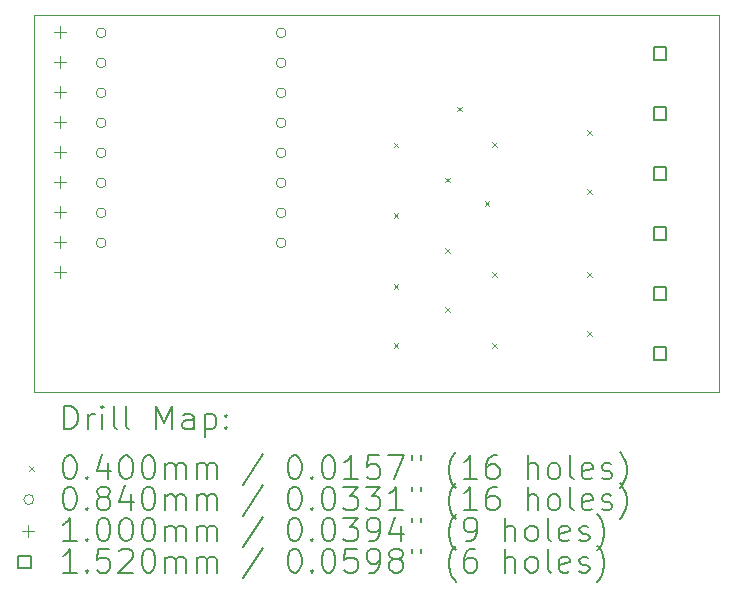
<source format=gbr>
%TF.GenerationSoftware,KiCad,Pcbnew,6.0.11+dfsg-1*%
%TF.CreationDate,2026-01-16T17:50:59+01:00*%
%TF.ProjectId,bed-remote,6265642d-7265-46d6-9f74-652e6b696361,rev?*%
%TF.SameCoordinates,Original*%
%TF.FileFunction,Drillmap*%
%TF.FilePolarity,Positive*%
%FSLAX45Y45*%
G04 Gerber Fmt 4.5, Leading zero omitted, Abs format (unit mm)*
G04 Created by KiCad (PCBNEW 6.0.11+dfsg-1) date 2026-01-16 17:50:59*
%MOMM*%
%LPD*%
G01*
G04 APERTURE LIST*
%ADD10C,0.050000*%
%ADD11C,0.200000*%
%ADD12C,0.040000*%
%ADD13C,0.084000*%
%ADD14C,0.100000*%
%ADD15C,0.152000*%
G04 APERTURE END LIST*
D10*
X9500000Y-5200000D02*
X3700000Y-5200000D01*
X3700000Y-2000000D01*
X9500000Y-2000000D01*
X9500000Y-5200000D01*
D11*
D12*
X6743512Y-3084511D02*
X6783512Y-3124511D01*
X6783512Y-3084511D02*
X6743512Y-3124511D01*
X6743512Y-3684511D02*
X6783512Y-3724511D01*
X6783512Y-3684511D02*
X6743512Y-3724511D01*
X6743512Y-4284511D02*
X6783512Y-4324511D01*
X6783512Y-4284511D02*
X6743512Y-4324511D01*
X6743512Y-4784511D02*
X6783512Y-4824511D01*
X6783512Y-4784511D02*
X6743512Y-4824511D01*
X7180000Y-3380000D02*
X7220000Y-3420000D01*
X7220000Y-3380000D02*
X7180000Y-3420000D01*
X7180000Y-3980000D02*
X7220000Y-4020000D01*
X7220000Y-3980000D02*
X7180000Y-4020000D01*
X7180000Y-4480000D02*
X7220000Y-4520000D01*
X7220000Y-4480000D02*
X7180000Y-4520000D01*
X7280000Y-2780000D02*
X7320000Y-2820000D01*
X7320000Y-2780000D02*
X7280000Y-2820000D01*
X7514950Y-3580000D02*
X7554950Y-3620000D01*
X7554950Y-3580000D02*
X7514950Y-3620000D01*
X7580000Y-3080000D02*
X7620000Y-3120000D01*
X7620000Y-3080000D02*
X7580000Y-3120000D01*
X7580000Y-4180000D02*
X7620000Y-4220000D01*
X7620000Y-4180000D02*
X7580000Y-4220000D01*
X7580000Y-4780000D02*
X7620000Y-4820000D01*
X7620000Y-4780000D02*
X7580000Y-4820000D01*
X8380000Y-2980000D02*
X8420000Y-3020000D01*
X8420000Y-2980000D02*
X8380000Y-3020000D01*
X8380000Y-3480000D02*
X8420000Y-3520000D01*
X8420000Y-3480000D02*
X8380000Y-3520000D01*
X8380000Y-4180000D02*
X8420000Y-4220000D01*
X8420000Y-4180000D02*
X8380000Y-4220000D01*
X8380000Y-4680000D02*
X8420000Y-4720000D01*
X8420000Y-4680000D02*
X8380000Y-4720000D01*
D13*
X4310000Y-2155000D02*
G75*
G03*
X4310000Y-2155000I-42000J0D01*
G01*
X4310000Y-2409000D02*
G75*
G03*
X4310000Y-2409000I-42000J0D01*
G01*
X4310000Y-2663000D02*
G75*
G03*
X4310000Y-2663000I-42000J0D01*
G01*
X4310000Y-2917000D02*
G75*
G03*
X4310000Y-2917000I-42000J0D01*
G01*
X4310000Y-3171000D02*
G75*
G03*
X4310000Y-3171000I-42000J0D01*
G01*
X4310000Y-3425000D02*
G75*
G03*
X4310000Y-3425000I-42000J0D01*
G01*
X4310000Y-3679000D02*
G75*
G03*
X4310000Y-3679000I-42000J0D01*
G01*
X4310000Y-3933000D02*
G75*
G03*
X4310000Y-3933000I-42000J0D01*
G01*
X5834000Y-2155000D02*
G75*
G03*
X5834000Y-2155000I-42000J0D01*
G01*
X5834000Y-2409000D02*
G75*
G03*
X5834000Y-2409000I-42000J0D01*
G01*
X5834000Y-2663000D02*
G75*
G03*
X5834000Y-2663000I-42000J0D01*
G01*
X5834000Y-2917000D02*
G75*
G03*
X5834000Y-2917000I-42000J0D01*
G01*
X5834000Y-3171000D02*
G75*
G03*
X5834000Y-3171000I-42000J0D01*
G01*
X5834000Y-3425000D02*
G75*
G03*
X5834000Y-3425000I-42000J0D01*
G01*
X5834000Y-3679000D02*
G75*
G03*
X5834000Y-3679000I-42000J0D01*
G01*
X5834000Y-3933000D02*
G75*
G03*
X5834000Y-3933000I-42000J0D01*
G01*
D14*
X3922000Y-2096000D02*
X3922000Y-2196000D01*
X3872000Y-2146000D02*
X3972000Y-2146000D01*
X3922000Y-2350000D02*
X3922000Y-2450000D01*
X3872000Y-2400000D02*
X3972000Y-2400000D01*
X3922000Y-2604000D02*
X3922000Y-2704000D01*
X3872000Y-2654000D02*
X3972000Y-2654000D01*
X3922000Y-2858000D02*
X3922000Y-2958000D01*
X3872000Y-2908000D02*
X3972000Y-2908000D01*
X3922000Y-3112000D02*
X3922000Y-3212000D01*
X3872000Y-3162000D02*
X3972000Y-3162000D01*
X3922000Y-3366000D02*
X3922000Y-3466000D01*
X3872000Y-3416000D02*
X3972000Y-3416000D01*
X3922000Y-3620000D02*
X3922000Y-3720000D01*
X3872000Y-3670000D02*
X3972000Y-3670000D01*
X3922000Y-3874000D02*
X3922000Y-3974000D01*
X3872000Y-3924000D02*
X3972000Y-3924000D01*
X3922000Y-4128000D02*
X3922000Y-4228000D01*
X3872000Y-4178000D02*
X3972000Y-4178000D01*
D15*
X9053741Y-2383741D02*
X9053741Y-2276259D01*
X8946259Y-2276259D01*
X8946259Y-2383741D01*
X9053741Y-2383741D01*
X9053741Y-2891741D02*
X9053741Y-2784259D01*
X8946259Y-2784259D01*
X8946259Y-2891741D01*
X9053741Y-2891741D01*
X9053741Y-3399741D02*
X9053741Y-3292259D01*
X8946259Y-3292259D01*
X8946259Y-3399741D01*
X9053741Y-3399741D01*
X9053741Y-3907741D02*
X9053741Y-3800259D01*
X8946259Y-3800259D01*
X8946259Y-3907741D01*
X9053741Y-3907741D01*
X9053741Y-4415741D02*
X9053741Y-4308259D01*
X8946259Y-4308259D01*
X8946259Y-4415741D01*
X9053741Y-4415741D01*
X9053741Y-4923741D02*
X9053741Y-4816259D01*
X8946259Y-4816259D01*
X8946259Y-4923741D01*
X9053741Y-4923741D01*
D11*
X3955119Y-5512976D02*
X3955119Y-5312976D01*
X4002738Y-5312976D01*
X4031309Y-5322500D01*
X4050357Y-5341548D01*
X4059881Y-5360595D01*
X4069405Y-5398690D01*
X4069405Y-5427262D01*
X4059881Y-5465357D01*
X4050357Y-5484405D01*
X4031309Y-5503452D01*
X4002738Y-5512976D01*
X3955119Y-5512976D01*
X4155119Y-5512976D02*
X4155119Y-5379643D01*
X4155119Y-5417738D02*
X4164643Y-5398690D01*
X4174167Y-5389167D01*
X4193214Y-5379643D01*
X4212262Y-5379643D01*
X4278929Y-5512976D02*
X4278929Y-5379643D01*
X4278929Y-5312976D02*
X4269405Y-5322500D01*
X4278929Y-5332024D01*
X4288452Y-5322500D01*
X4278929Y-5312976D01*
X4278929Y-5332024D01*
X4402738Y-5512976D02*
X4383690Y-5503452D01*
X4374167Y-5484405D01*
X4374167Y-5312976D01*
X4507500Y-5512976D02*
X4488452Y-5503452D01*
X4478929Y-5484405D01*
X4478929Y-5312976D01*
X4736071Y-5512976D02*
X4736071Y-5312976D01*
X4802738Y-5455833D01*
X4869405Y-5312976D01*
X4869405Y-5512976D01*
X5050357Y-5512976D02*
X5050357Y-5408214D01*
X5040833Y-5389167D01*
X5021786Y-5379643D01*
X4983690Y-5379643D01*
X4964643Y-5389167D01*
X5050357Y-5503452D02*
X5031310Y-5512976D01*
X4983690Y-5512976D01*
X4964643Y-5503452D01*
X4955119Y-5484405D01*
X4955119Y-5465357D01*
X4964643Y-5446310D01*
X4983690Y-5436786D01*
X5031310Y-5436786D01*
X5050357Y-5427262D01*
X5145595Y-5379643D02*
X5145595Y-5579643D01*
X5145595Y-5389167D02*
X5164643Y-5379643D01*
X5202738Y-5379643D01*
X5221786Y-5389167D01*
X5231310Y-5398690D01*
X5240833Y-5417738D01*
X5240833Y-5474881D01*
X5231310Y-5493929D01*
X5221786Y-5503452D01*
X5202738Y-5512976D01*
X5164643Y-5512976D01*
X5145595Y-5503452D01*
X5326548Y-5493929D02*
X5336071Y-5503452D01*
X5326548Y-5512976D01*
X5317024Y-5503452D01*
X5326548Y-5493929D01*
X5326548Y-5512976D01*
X5326548Y-5389167D02*
X5336071Y-5398690D01*
X5326548Y-5408214D01*
X5317024Y-5398690D01*
X5326548Y-5389167D01*
X5326548Y-5408214D01*
D12*
X3657500Y-5822500D02*
X3697500Y-5862500D01*
X3697500Y-5822500D02*
X3657500Y-5862500D01*
D11*
X3993214Y-5732976D02*
X4012262Y-5732976D01*
X4031309Y-5742500D01*
X4040833Y-5752024D01*
X4050357Y-5771071D01*
X4059881Y-5809167D01*
X4059881Y-5856786D01*
X4050357Y-5894881D01*
X4040833Y-5913928D01*
X4031309Y-5923452D01*
X4012262Y-5932976D01*
X3993214Y-5932976D01*
X3974167Y-5923452D01*
X3964643Y-5913928D01*
X3955119Y-5894881D01*
X3945595Y-5856786D01*
X3945595Y-5809167D01*
X3955119Y-5771071D01*
X3964643Y-5752024D01*
X3974167Y-5742500D01*
X3993214Y-5732976D01*
X4145595Y-5913928D02*
X4155119Y-5923452D01*
X4145595Y-5932976D01*
X4136071Y-5923452D01*
X4145595Y-5913928D01*
X4145595Y-5932976D01*
X4326548Y-5799643D02*
X4326548Y-5932976D01*
X4278929Y-5723452D02*
X4231310Y-5866309D01*
X4355119Y-5866309D01*
X4469405Y-5732976D02*
X4488452Y-5732976D01*
X4507500Y-5742500D01*
X4517024Y-5752024D01*
X4526548Y-5771071D01*
X4536071Y-5809167D01*
X4536071Y-5856786D01*
X4526548Y-5894881D01*
X4517024Y-5913928D01*
X4507500Y-5923452D01*
X4488452Y-5932976D01*
X4469405Y-5932976D01*
X4450357Y-5923452D01*
X4440833Y-5913928D01*
X4431310Y-5894881D01*
X4421786Y-5856786D01*
X4421786Y-5809167D01*
X4431310Y-5771071D01*
X4440833Y-5752024D01*
X4450357Y-5742500D01*
X4469405Y-5732976D01*
X4659881Y-5732976D02*
X4678929Y-5732976D01*
X4697976Y-5742500D01*
X4707500Y-5752024D01*
X4717024Y-5771071D01*
X4726548Y-5809167D01*
X4726548Y-5856786D01*
X4717024Y-5894881D01*
X4707500Y-5913928D01*
X4697976Y-5923452D01*
X4678929Y-5932976D01*
X4659881Y-5932976D01*
X4640833Y-5923452D01*
X4631310Y-5913928D01*
X4621786Y-5894881D01*
X4612262Y-5856786D01*
X4612262Y-5809167D01*
X4621786Y-5771071D01*
X4631310Y-5752024D01*
X4640833Y-5742500D01*
X4659881Y-5732976D01*
X4812262Y-5932976D02*
X4812262Y-5799643D01*
X4812262Y-5818690D02*
X4821786Y-5809167D01*
X4840833Y-5799643D01*
X4869405Y-5799643D01*
X4888452Y-5809167D01*
X4897976Y-5828214D01*
X4897976Y-5932976D01*
X4897976Y-5828214D02*
X4907500Y-5809167D01*
X4926548Y-5799643D01*
X4955119Y-5799643D01*
X4974167Y-5809167D01*
X4983690Y-5828214D01*
X4983690Y-5932976D01*
X5078929Y-5932976D02*
X5078929Y-5799643D01*
X5078929Y-5818690D02*
X5088452Y-5809167D01*
X5107500Y-5799643D01*
X5136071Y-5799643D01*
X5155119Y-5809167D01*
X5164643Y-5828214D01*
X5164643Y-5932976D01*
X5164643Y-5828214D02*
X5174167Y-5809167D01*
X5193214Y-5799643D01*
X5221786Y-5799643D01*
X5240833Y-5809167D01*
X5250357Y-5828214D01*
X5250357Y-5932976D01*
X5640833Y-5723452D02*
X5469405Y-5980595D01*
X5897976Y-5732976D02*
X5917024Y-5732976D01*
X5936071Y-5742500D01*
X5945595Y-5752024D01*
X5955119Y-5771071D01*
X5964643Y-5809167D01*
X5964643Y-5856786D01*
X5955119Y-5894881D01*
X5945595Y-5913928D01*
X5936071Y-5923452D01*
X5917024Y-5932976D01*
X5897976Y-5932976D01*
X5878928Y-5923452D01*
X5869405Y-5913928D01*
X5859881Y-5894881D01*
X5850357Y-5856786D01*
X5850357Y-5809167D01*
X5859881Y-5771071D01*
X5869405Y-5752024D01*
X5878928Y-5742500D01*
X5897976Y-5732976D01*
X6050357Y-5913928D02*
X6059881Y-5923452D01*
X6050357Y-5932976D01*
X6040833Y-5923452D01*
X6050357Y-5913928D01*
X6050357Y-5932976D01*
X6183690Y-5732976D02*
X6202738Y-5732976D01*
X6221786Y-5742500D01*
X6231309Y-5752024D01*
X6240833Y-5771071D01*
X6250357Y-5809167D01*
X6250357Y-5856786D01*
X6240833Y-5894881D01*
X6231309Y-5913928D01*
X6221786Y-5923452D01*
X6202738Y-5932976D01*
X6183690Y-5932976D01*
X6164643Y-5923452D01*
X6155119Y-5913928D01*
X6145595Y-5894881D01*
X6136071Y-5856786D01*
X6136071Y-5809167D01*
X6145595Y-5771071D01*
X6155119Y-5752024D01*
X6164643Y-5742500D01*
X6183690Y-5732976D01*
X6440833Y-5932976D02*
X6326548Y-5932976D01*
X6383690Y-5932976D02*
X6383690Y-5732976D01*
X6364643Y-5761548D01*
X6345595Y-5780595D01*
X6326548Y-5790119D01*
X6621786Y-5732976D02*
X6526548Y-5732976D01*
X6517024Y-5828214D01*
X6526548Y-5818690D01*
X6545595Y-5809167D01*
X6593214Y-5809167D01*
X6612262Y-5818690D01*
X6621786Y-5828214D01*
X6631309Y-5847262D01*
X6631309Y-5894881D01*
X6621786Y-5913928D01*
X6612262Y-5923452D01*
X6593214Y-5932976D01*
X6545595Y-5932976D01*
X6526548Y-5923452D01*
X6517024Y-5913928D01*
X6697976Y-5732976D02*
X6831309Y-5732976D01*
X6745595Y-5932976D01*
X6897976Y-5732976D02*
X6897976Y-5771071D01*
X6974167Y-5732976D02*
X6974167Y-5771071D01*
X7269405Y-6009167D02*
X7259881Y-5999643D01*
X7240833Y-5971071D01*
X7231309Y-5952024D01*
X7221786Y-5923452D01*
X7212262Y-5875833D01*
X7212262Y-5837738D01*
X7221786Y-5790119D01*
X7231309Y-5761548D01*
X7240833Y-5742500D01*
X7259881Y-5713928D01*
X7269405Y-5704405D01*
X7450357Y-5932976D02*
X7336071Y-5932976D01*
X7393214Y-5932976D02*
X7393214Y-5732976D01*
X7374167Y-5761548D01*
X7355119Y-5780595D01*
X7336071Y-5790119D01*
X7621786Y-5732976D02*
X7583690Y-5732976D01*
X7564643Y-5742500D01*
X7555119Y-5752024D01*
X7536071Y-5780595D01*
X7526548Y-5818690D01*
X7526548Y-5894881D01*
X7536071Y-5913928D01*
X7545595Y-5923452D01*
X7564643Y-5932976D01*
X7602738Y-5932976D01*
X7621786Y-5923452D01*
X7631309Y-5913928D01*
X7640833Y-5894881D01*
X7640833Y-5847262D01*
X7631309Y-5828214D01*
X7621786Y-5818690D01*
X7602738Y-5809167D01*
X7564643Y-5809167D01*
X7545595Y-5818690D01*
X7536071Y-5828214D01*
X7526548Y-5847262D01*
X7878928Y-5932976D02*
X7878928Y-5732976D01*
X7964643Y-5932976D02*
X7964643Y-5828214D01*
X7955119Y-5809167D01*
X7936071Y-5799643D01*
X7907500Y-5799643D01*
X7888452Y-5809167D01*
X7878928Y-5818690D01*
X8088452Y-5932976D02*
X8069405Y-5923452D01*
X8059881Y-5913928D01*
X8050357Y-5894881D01*
X8050357Y-5837738D01*
X8059881Y-5818690D01*
X8069405Y-5809167D01*
X8088452Y-5799643D01*
X8117024Y-5799643D01*
X8136071Y-5809167D01*
X8145595Y-5818690D01*
X8155119Y-5837738D01*
X8155119Y-5894881D01*
X8145595Y-5913928D01*
X8136071Y-5923452D01*
X8117024Y-5932976D01*
X8088452Y-5932976D01*
X8269405Y-5932976D02*
X8250357Y-5923452D01*
X8240833Y-5904405D01*
X8240833Y-5732976D01*
X8421786Y-5923452D02*
X8402738Y-5932976D01*
X8364643Y-5932976D01*
X8345595Y-5923452D01*
X8336071Y-5904405D01*
X8336071Y-5828214D01*
X8345595Y-5809167D01*
X8364643Y-5799643D01*
X8402738Y-5799643D01*
X8421786Y-5809167D01*
X8431310Y-5828214D01*
X8431310Y-5847262D01*
X8336071Y-5866309D01*
X8507500Y-5923452D02*
X8526548Y-5932976D01*
X8564643Y-5932976D01*
X8583690Y-5923452D01*
X8593214Y-5904405D01*
X8593214Y-5894881D01*
X8583690Y-5875833D01*
X8564643Y-5866309D01*
X8536071Y-5866309D01*
X8517024Y-5856786D01*
X8507500Y-5837738D01*
X8507500Y-5828214D01*
X8517024Y-5809167D01*
X8536071Y-5799643D01*
X8564643Y-5799643D01*
X8583690Y-5809167D01*
X8659881Y-6009167D02*
X8669405Y-5999643D01*
X8688452Y-5971071D01*
X8697976Y-5952024D01*
X8707500Y-5923452D01*
X8717024Y-5875833D01*
X8717024Y-5837738D01*
X8707500Y-5790119D01*
X8697976Y-5761548D01*
X8688452Y-5742500D01*
X8669405Y-5713928D01*
X8659881Y-5704405D01*
D13*
X3697500Y-6106500D02*
G75*
G03*
X3697500Y-6106500I-42000J0D01*
G01*
D11*
X3993214Y-5996976D02*
X4012262Y-5996976D01*
X4031309Y-6006500D01*
X4040833Y-6016024D01*
X4050357Y-6035071D01*
X4059881Y-6073167D01*
X4059881Y-6120786D01*
X4050357Y-6158881D01*
X4040833Y-6177928D01*
X4031309Y-6187452D01*
X4012262Y-6196976D01*
X3993214Y-6196976D01*
X3974167Y-6187452D01*
X3964643Y-6177928D01*
X3955119Y-6158881D01*
X3945595Y-6120786D01*
X3945595Y-6073167D01*
X3955119Y-6035071D01*
X3964643Y-6016024D01*
X3974167Y-6006500D01*
X3993214Y-5996976D01*
X4145595Y-6177928D02*
X4155119Y-6187452D01*
X4145595Y-6196976D01*
X4136071Y-6187452D01*
X4145595Y-6177928D01*
X4145595Y-6196976D01*
X4269405Y-6082690D02*
X4250357Y-6073167D01*
X4240833Y-6063643D01*
X4231310Y-6044595D01*
X4231310Y-6035071D01*
X4240833Y-6016024D01*
X4250357Y-6006500D01*
X4269405Y-5996976D01*
X4307500Y-5996976D01*
X4326548Y-6006500D01*
X4336071Y-6016024D01*
X4345595Y-6035071D01*
X4345595Y-6044595D01*
X4336071Y-6063643D01*
X4326548Y-6073167D01*
X4307500Y-6082690D01*
X4269405Y-6082690D01*
X4250357Y-6092214D01*
X4240833Y-6101738D01*
X4231310Y-6120786D01*
X4231310Y-6158881D01*
X4240833Y-6177928D01*
X4250357Y-6187452D01*
X4269405Y-6196976D01*
X4307500Y-6196976D01*
X4326548Y-6187452D01*
X4336071Y-6177928D01*
X4345595Y-6158881D01*
X4345595Y-6120786D01*
X4336071Y-6101738D01*
X4326548Y-6092214D01*
X4307500Y-6082690D01*
X4517024Y-6063643D02*
X4517024Y-6196976D01*
X4469405Y-5987452D02*
X4421786Y-6130309D01*
X4545595Y-6130309D01*
X4659881Y-5996976D02*
X4678929Y-5996976D01*
X4697976Y-6006500D01*
X4707500Y-6016024D01*
X4717024Y-6035071D01*
X4726548Y-6073167D01*
X4726548Y-6120786D01*
X4717024Y-6158881D01*
X4707500Y-6177928D01*
X4697976Y-6187452D01*
X4678929Y-6196976D01*
X4659881Y-6196976D01*
X4640833Y-6187452D01*
X4631310Y-6177928D01*
X4621786Y-6158881D01*
X4612262Y-6120786D01*
X4612262Y-6073167D01*
X4621786Y-6035071D01*
X4631310Y-6016024D01*
X4640833Y-6006500D01*
X4659881Y-5996976D01*
X4812262Y-6196976D02*
X4812262Y-6063643D01*
X4812262Y-6082690D02*
X4821786Y-6073167D01*
X4840833Y-6063643D01*
X4869405Y-6063643D01*
X4888452Y-6073167D01*
X4897976Y-6092214D01*
X4897976Y-6196976D01*
X4897976Y-6092214D02*
X4907500Y-6073167D01*
X4926548Y-6063643D01*
X4955119Y-6063643D01*
X4974167Y-6073167D01*
X4983690Y-6092214D01*
X4983690Y-6196976D01*
X5078929Y-6196976D02*
X5078929Y-6063643D01*
X5078929Y-6082690D02*
X5088452Y-6073167D01*
X5107500Y-6063643D01*
X5136071Y-6063643D01*
X5155119Y-6073167D01*
X5164643Y-6092214D01*
X5164643Y-6196976D01*
X5164643Y-6092214D02*
X5174167Y-6073167D01*
X5193214Y-6063643D01*
X5221786Y-6063643D01*
X5240833Y-6073167D01*
X5250357Y-6092214D01*
X5250357Y-6196976D01*
X5640833Y-5987452D02*
X5469405Y-6244595D01*
X5897976Y-5996976D02*
X5917024Y-5996976D01*
X5936071Y-6006500D01*
X5945595Y-6016024D01*
X5955119Y-6035071D01*
X5964643Y-6073167D01*
X5964643Y-6120786D01*
X5955119Y-6158881D01*
X5945595Y-6177928D01*
X5936071Y-6187452D01*
X5917024Y-6196976D01*
X5897976Y-6196976D01*
X5878928Y-6187452D01*
X5869405Y-6177928D01*
X5859881Y-6158881D01*
X5850357Y-6120786D01*
X5850357Y-6073167D01*
X5859881Y-6035071D01*
X5869405Y-6016024D01*
X5878928Y-6006500D01*
X5897976Y-5996976D01*
X6050357Y-6177928D02*
X6059881Y-6187452D01*
X6050357Y-6196976D01*
X6040833Y-6187452D01*
X6050357Y-6177928D01*
X6050357Y-6196976D01*
X6183690Y-5996976D02*
X6202738Y-5996976D01*
X6221786Y-6006500D01*
X6231309Y-6016024D01*
X6240833Y-6035071D01*
X6250357Y-6073167D01*
X6250357Y-6120786D01*
X6240833Y-6158881D01*
X6231309Y-6177928D01*
X6221786Y-6187452D01*
X6202738Y-6196976D01*
X6183690Y-6196976D01*
X6164643Y-6187452D01*
X6155119Y-6177928D01*
X6145595Y-6158881D01*
X6136071Y-6120786D01*
X6136071Y-6073167D01*
X6145595Y-6035071D01*
X6155119Y-6016024D01*
X6164643Y-6006500D01*
X6183690Y-5996976D01*
X6317024Y-5996976D02*
X6440833Y-5996976D01*
X6374167Y-6073167D01*
X6402738Y-6073167D01*
X6421786Y-6082690D01*
X6431309Y-6092214D01*
X6440833Y-6111262D01*
X6440833Y-6158881D01*
X6431309Y-6177928D01*
X6421786Y-6187452D01*
X6402738Y-6196976D01*
X6345595Y-6196976D01*
X6326548Y-6187452D01*
X6317024Y-6177928D01*
X6507500Y-5996976D02*
X6631309Y-5996976D01*
X6564643Y-6073167D01*
X6593214Y-6073167D01*
X6612262Y-6082690D01*
X6621786Y-6092214D01*
X6631309Y-6111262D01*
X6631309Y-6158881D01*
X6621786Y-6177928D01*
X6612262Y-6187452D01*
X6593214Y-6196976D01*
X6536071Y-6196976D01*
X6517024Y-6187452D01*
X6507500Y-6177928D01*
X6821786Y-6196976D02*
X6707500Y-6196976D01*
X6764643Y-6196976D02*
X6764643Y-5996976D01*
X6745595Y-6025548D01*
X6726548Y-6044595D01*
X6707500Y-6054119D01*
X6897976Y-5996976D02*
X6897976Y-6035071D01*
X6974167Y-5996976D02*
X6974167Y-6035071D01*
X7269405Y-6273167D02*
X7259881Y-6263643D01*
X7240833Y-6235071D01*
X7231309Y-6216024D01*
X7221786Y-6187452D01*
X7212262Y-6139833D01*
X7212262Y-6101738D01*
X7221786Y-6054119D01*
X7231309Y-6025548D01*
X7240833Y-6006500D01*
X7259881Y-5977928D01*
X7269405Y-5968405D01*
X7450357Y-6196976D02*
X7336071Y-6196976D01*
X7393214Y-6196976D02*
X7393214Y-5996976D01*
X7374167Y-6025548D01*
X7355119Y-6044595D01*
X7336071Y-6054119D01*
X7621786Y-5996976D02*
X7583690Y-5996976D01*
X7564643Y-6006500D01*
X7555119Y-6016024D01*
X7536071Y-6044595D01*
X7526548Y-6082690D01*
X7526548Y-6158881D01*
X7536071Y-6177928D01*
X7545595Y-6187452D01*
X7564643Y-6196976D01*
X7602738Y-6196976D01*
X7621786Y-6187452D01*
X7631309Y-6177928D01*
X7640833Y-6158881D01*
X7640833Y-6111262D01*
X7631309Y-6092214D01*
X7621786Y-6082690D01*
X7602738Y-6073167D01*
X7564643Y-6073167D01*
X7545595Y-6082690D01*
X7536071Y-6092214D01*
X7526548Y-6111262D01*
X7878928Y-6196976D02*
X7878928Y-5996976D01*
X7964643Y-6196976D02*
X7964643Y-6092214D01*
X7955119Y-6073167D01*
X7936071Y-6063643D01*
X7907500Y-6063643D01*
X7888452Y-6073167D01*
X7878928Y-6082690D01*
X8088452Y-6196976D02*
X8069405Y-6187452D01*
X8059881Y-6177928D01*
X8050357Y-6158881D01*
X8050357Y-6101738D01*
X8059881Y-6082690D01*
X8069405Y-6073167D01*
X8088452Y-6063643D01*
X8117024Y-6063643D01*
X8136071Y-6073167D01*
X8145595Y-6082690D01*
X8155119Y-6101738D01*
X8155119Y-6158881D01*
X8145595Y-6177928D01*
X8136071Y-6187452D01*
X8117024Y-6196976D01*
X8088452Y-6196976D01*
X8269405Y-6196976D02*
X8250357Y-6187452D01*
X8240833Y-6168405D01*
X8240833Y-5996976D01*
X8421786Y-6187452D02*
X8402738Y-6196976D01*
X8364643Y-6196976D01*
X8345595Y-6187452D01*
X8336071Y-6168405D01*
X8336071Y-6092214D01*
X8345595Y-6073167D01*
X8364643Y-6063643D01*
X8402738Y-6063643D01*
X8421786Y-6073167D01*
X8431310Y-6092214D01*
X8431310Y-6111262D01*
X8336071Y-6130309D01*
X8507500Y-6187452D02*
X8526548Y-6196976D01*
X8564643Y-6196976D01*
X8583690Y-6187452D01*
X8593214Y-6168405D01*
X8593214Y-6158881D01*
X8583690Y-6139833D01*
X8564643Y-6130309D01*
X8536071Y-6130309D01*
X8517024Y-6120786D01*
X8507500Y-6101738D01*
X8507500Y-6092214D01*
X8517024Y-6073167D01*
X8536071Y-6063643D01*
X8564643Y-6063643D01*
X8583690Y-6073167D01*
X8659881Y-6273167D02*
X8669405Y-6263643D01*
X8688452Y-6235071D01*
X8697976Y-6216024D01*
X8707500Y-6187452D01*
X8717024Y-6139833D01*
X8717024Y-6101738D01*
X8707500Y-6054119D01*
X8697976Y-6025548D01*
X8688452Y-6006500D01*
X8669405Y-5977928D01*
X8659881Y-5968405D01*
D14*
X3647500Y-6320500D02*
X3647500Y-6420500D01*
X3597500Y-6370500D02*
X3697500Y-6370500D01*
D11*
X4059881Y-6460976D02*
X3945595Y-6460976D01*
X4002738Y-6460976D02*
X4002738Y-6260976D01*
X3983690Y-6289548D01*
X3964643Y-6308595D01*
X3945595Y-6318119D01*
X4145595Y-6441928D02*
X4155119Y-6451452D01*
X4145595Y-6460976D01*
X4136071Y-6451452D01*
X4145595Y-6441928D01*
X4145595Y-6460976D01*
X4278929Y-6260976D02*
X4297976Y-6260976D01*
X4317024Y-6270500D01*
X4326548Y-6280024D01*
X4336071Y-6299071D01*
X4345595Y-6337167D01*
X4345595Y-6384786D01*
X4336071Y-6422881D01*
X4326548Y-6441928D01*
X4317024Y-6451452D01*
X4297976Y-6460976D01*
X4278929Y-6460976D01*
X4259881Y-6451452D01*
X4250357Y-6441928D01*
X4240833Y-6422881D01*
X4231310Y-6384786D01*
X4231310Y-6337167D01*
X4240833Y-6299071D01*
X4250357Y-6280024D01*
X4259881Y-6270500D01*
X4278929Y-6260976D01*
X4469405Y-6260976D02*
X4488452Y-6260976D01*
X4507500Y-6270500D01*
X4517024Y-6280024D01*
X4526548Y-6299071D01*
X4536071Y-6337167D01*
X4536071Y-6384786D01*
X4526548Y-6422881D01*
X4517024Y-6441928D01*
X4507500Y-6451452D01*
X4488452Y-6460976D01*
X4469405Y-6460976D01*
X4450357Y-6451452D01*
X4440833Y-6441928D01*
X4431310Y-6422881D01*
X4421786Y-6384786D01*
X4421786Y-6337167D01*
X4431310Y-6299071D01*
X4440833Y-6280024D01*
X4450357Y-6270500D01*
X4469405Y-6260976D01*
X4659881Y-6260976D02*
X4678929Y-6260976D01*
X4697976Y-6270500D01*
X4707500Y-6280024D01*
X4717024Y-6299071D01*
X4726548Y-6337167D01*
X4726548Y-6384786D01*
X4717024Y-6422881D01*
X4707500Y-6441928D01*
X4697976Y-6451452D01*
X4678929Y-6460976D01*
X4659881Y-6460976D01*
X4640833Y-6451452D01*
X4631310Y-6441928D01*
X4621786Y-6422881D01*
X4612262Y-6384786D01*
X4612262Y-6337167D01*
X4621786Y-6299071D01*
X4631310Y-6280024D01*
X4640833Y-6270500D01*
X4659881Y-6260976D01*
X4812262Y-6460976D02*
X4812262Y-6327643D01*
X4812262Y-6346690D02*
X4821786Y-6337167D01*
X4840833Y-6327643D01*
X4869405Y-6327643D01*
X4888452Y-6337167D01*
X4897976Y-6356214D01*
X4897976Y-6460976D01*
X4897976Y-6356214D02*
X4907500Y-6337167D01*
X4926548Y-6327643D01*
X4955119Y-6327643D01*
X4974167Y-6337167D01*
X4983690Y-6356214D01*
X4983690Y-6460976D01*
X5078929Y-6460976D02*
X5078929Y-6327643D01*
X5078929Y-6346690D02*
X5088452Y-6337167D01*
X5107500Y-6327643D01*
X5136071Y-6327643D01*
X5155119Y-6337167D01*
X5164643Y-6356214D01*
X5164643Y-6460976D01*
X5164643Y-6356214D02*
X5174167Y-6337167D01*
X5193214Y-6327643D01*
X5221786Y-6327643D01*
X5240833Y-6337167D01*
X5250357Y-6356214D01*
X5250357Y-6460976D01*
X5640833Y-6251452D02*
X5469405Y-6508595D01*
X5897976Y-6260976D02*
X5917024Y-6260976D01*
X5936071Y-6270500D01*
X5945595Y-6280024D01*
X5955119Y-6299071D01*
X5964643Y-6337167D01*
X5964643Y-6384786D01*
X5955119Y-6422881D01*
X5945595Y-6441928D01*
X5936071Y-6451452D01*
X5917024Y-6460976D01*
X5897976Y-6460976D01*
X5878928Y-6451452D01*
X5869405Y-6441928D01*
X5859881Y-6422881D01*
X5850357Y-6384786D01*
X5850357Y-6337167D01*
X5859881Y-6299071D01*
X5869405Y-6280024D01*
X5878928Y-6270500D01*
X5897976Y-6260976D01*
X6050357Y-6441928D02*
X6059881Y-6451452D01*
X6050357Y-6460976D01*
X6040833Y-6451452D01*
X6050357Y-6441928D01*
X6050357Y-6460976D01*
X6183690Y-6260976D02*
X6202738Y-6260976D01*
X6221786Y-6270500D01*
X6231309Y-6280024D01*
X6240833Y-6299071D01*
X6250357Y-6337167D01*
X6250357Y-6384786D01*
X6240833Y-6422881D01*
X6231309Y-6441928D01*
X6221786Y-6451452D01*
X6202738Y-6460976D01*
X6183690Y-6460976D01*
X6164643Y-6451452D01*
X6155119Y-6441928D01*
X6145595Y-6422881D01*
X6136071Y-6384786D01*
X6136071Y-6337167D01*
X6145595Y-6299071D01*
X6155119Y-6280024D01*
X6164643Y-6270500D01*
X6183690Y-6260976D01*
X6317024Y-6260976D02*
X6440833Y-6260976D01*
X6374167Y-6337167D01*
X6402738Y-6337167D01*
X6421786Y-6346690D01*
X6431309Y-6356214D01*
X6440833Y-6375262D01*
X6440833Y-6422881D01*
X6431309Y-6441928D01*
X6421786Y-6451452D01*
X6402738Y-6460976D01*
X6345595Y-6460976D01*
X6326548Y-6451452D01*
X6317024Y-6441928D01*
X6536071Y-6460976D02*
X6574167Y-6460976D01*
X6593214Y-6451452D01*
X6602738Y-6441928D01*
X6621786Y-6413357D01*
X6631309Y-6375262D01*
X6631309Y-6299071D01*
X6621786Y-6280024D01*
X6612262Y-6270500D01*
X6593214Y-6260976D01*
X6555119Y-6260976D01*
X6536071Y-6270500D01*
X6526548Y-6280024D01*
X6517024Y-6299071D01*
X6517024Y-6346690D01*
X6526548Y-6365738D01*
X6536071Y-6375262D01*
X6555119Y-6384786D01*
X6593214Y-6384786D01*
X6612262Y-6375262D01*
X6621786Y-6365738D01*
X6631309Y-6346690D01*
X6802738Y-6327643D02*
X6802738Y-6460976D01*
X6755119Y-6251452D02*
X6707500Y-6394309D01*
X6831309Y-6394309D01*
X6897976Y-6260976D02*
X6897976Y-6299071D01*
X6974167Y-6260976D02*
X6974167Y-6299071D01*
X7269405Y-6537167D02*
X7259881Y-6527643D01*
X7240833Y-6499071D01*
X7231309Y-6480024D01*
X7221786Y-6451452D01*
X7212262Y-6403833D01*
X7212262Y-6365738D01*
X7221786Y-6318119D01*
X7231309Y-6289548D01*
X7240833Y-6270500D01*
X7259881Y-6241928D01*
X7269405Y-6232405D01*
X7355119Y-6460976D02*
X7393214Y-6460976D01*
X7412262Y-6451452D01*
X7421786Y-6441928D01*
X7440833Y-6413357D01*
X7450357Y-6375262D01*
X7450357Y-6299071D01*
X7440833Y-6280024D01*
X7431309Y-6270500D01*
X7412262Y-6260976D01*
X7374167Y-6260976D01*
X7355119Y-6270500D01*
X7345595Y-6280024D01*
X7336071Y-6299071D01*
X7336071Y-6346690D01*
X7345595Y-6365738D01*
X7355119Y-6375262D01*
X7374167Y-6384786D01*
X7412262Y-6384786D01*
X7431309Y-6375262D01*
X7440833Y-6365738D01*
X7450357Y-6346690D01*
X7688452Y-6460976D02*
X7688452Y-6260976D01*
X7774167Y-6460976D02*
X7774167Y-6356214D01*
X7764643Y-6337167D01*
X7745595Y-6327643D01*
X7717024Y-6327643D01*
X7697976Y-6337167D01*
X7688452Y-6346690D01*
X7897976Y-6460976D02*
X7878928Y-6451452D01*
X7869405Y-6441928D01*
X7859881Y-6422881D01*
X7859881Y-6365738D01*
X7869405Y-6346690D01*
X7878928Y-6337167D01*
X7897976Y-6327643D01*
X7926548Y-6327643D01*
X7945595Y-6337167D01*
X7955119Y-6346690D01*
X7964643Y-6365738D01*
X7964643Y-6422881D01*
X7955119Y-6441928D01*
X7945595Y-6451452D01*
X7926548Y-6460976D01*
X7897976Y-6460976D01*
X8078928Y-6460976D02*
X8059881Y-6451452D01*
X8050357Y-6432405D01*
X8050357Y-6260976D01*
X8231309Y-6451452D02*
X8212262Y-6460976D01*
X8174167Y-6460976D01*
X8155119Y-6451452D01*
X8145595Y-6432405D01*
X8145595Y-6356214D01*
X8155119Y-6337167D01*
X8174167Y-6327643D01*
X8212262Y-6327643D01*
X8231309Y-6337167D01*
X8240833Y-6356214D01*
X8240833Y-6375262D01*
X8145595Y-6394309D01*
X8317024Y-6451452D02*
X8336071Y-6460976D01*
X8374167Y-6460976D01*
X8393214Y-6451452D01*
X8402738Y-6432405D01*
X8402738Y-6422881D01*
X8393214Y-6403833D01*
X8374167Y-6394309D01*
X8345595Y-6394309D01*
X8326548Y-6384786D01*
X8317024Y-6365738D01*
X8317024Y-6356214D01*
X8326548Y-6337167D01*
X8345595Y-6327643D01*
X8374167Y-6327643D01*
X8393214Y-6337167D01*
X8469405Y-6537167D02*
X8478929Y-6527643D01*
X8497976Y-6499071D01*
X8507500Y-6480024D01*
X8517024Y-6451452D01*
X8526548Y-6403833D01*
X8526548Y-6365738D01*
X8517024Y-6318119D01*
X8507500Y-6289548D01*
X8497976Y-6270500D01*
X8478929Y-6241928D01*
X8469405Y-6232405D01*
D15*
X3675241Y-6688241D02*
X3675241Y-6580759D01*
X3567759Y-6580759D01*
X3567759Y-6688241D01*
X3675241Y-6688241D01*
D11*
X4059881Y-6724976D02*
X3945595Y-6724976D01*
X4002738Y-6724976D02*
X4002738Y-6524976D01*
X3983690Y-6553548D01*
X3964643Y-6572595D01*
X3945595Y-6582119D01*
X4145595Y-6705928D02*
X4155119Y-6715452D01*
X4145595Y-6724976D01*
X4136071Y-6715452D01*
X4145595Y-6705928D01*
X4145595Y-6724976D01*
X4336071Y-6524976D02*
X4240833Y-6524976D01*
X4231310Y-6620214D01*
X4240833Y-6610690D01*
X4259881Y-6601167D01*
X4307500Y-6601167D01*
X4326548Y-6610690D01*
X4336071Y-6620214D01*
X4345595Y-6639262D01*
X4345595Y-6686881D01*
X4336071Y-6705928D01*
X4326548Y-6715452D01*
X4307500Y-6724976D01*
X4259881Y-6724976D01*
X4240833Y-6715452D01*
X4231310Y-6705928D01*
X4421786Y-6544024D02*
X4431310Y-6534500D01*
X4450357Y-6524976D01*
X4497976Y-6524976D01*
X4517024Y-6534500D01*
X4526548Y-6544024D01*
X4536071Y-6563071D01*
X4536071Y-6582119D01*
X4526548Y-6610690D01*
X4412262Y-6724976D01*
X4536071Y-6724976D01*
X4659881Y-6524976D02*
X4678929Y-6524976D01*
X4697976Y-6534500D01*
X4707500Y-6544024D01*
X4717024Y-6563071D01*
X4726548Y-6601167D01*
X4726548Y-6648786D01*
X4717024Y-6686881D01*
X4707500Y-6705928D01*
X4697976Y-6715452D01*
X4678929Y-6724976D01*
X4659881Y-6724976D01*
X4640833Y-6715452D01*
X4631310Y-6705928D01*
X4621786Y-6686881D01*
X4612262Y-6648786D01*
X4612262Y-6601167D01*
X4621786Y-6563071D01*
X4631310Y-6544024D01*
X4640833Y-6534500D01*
X4659881Y-6524976D01*
X4812262Y-6724976D02*
X4812262Y-6591643D01*
X4812262Y-6610690D02*
X4821786Y-6601167D01*
X4840833Y-6591643D01*
X4869405Y-6591643D01*
X4888452Y-6601167D01*
X4897976Y-6620214D01*
X4897976Y-6724976D01*
X4897976Y-6620214D02*
X4907500Y-6601167D01*
X4926548Y-6591643D01*
X4955119Y-6591643D01*
X4974167Y-6601167D01*
X4983690Y-6620214D01*
X4983690Y-6724976D01*
X5078929Y-6724976D02*
X5078929Y-6591643D01*
X5078929Y-6610690D02*
X5088452Y-6601167D01*
X5107500Y-6591643D01*
X5136071Y-6591643D01*
X5155119Y-6601167D01*
X5164643Y-6620214D01*
X5164643Y-6724976D01*
X5164643Y-6620214D02*
X5174167Y-6601167D01*
X5193214Y-6591643D01*
X5221786Y-6591643D01*
X5240833Y-6601167D01*
X5250357Y-6620214D01*
X5250357Y-6724976D01*
X5640833Y-6515452D02*
X5469405Y-6772595D01*
X5897976Y-6524976D02*
X5917024Y-6524976D01*
X5936071Y-6534500D01*
X5945595Y-6544024D01*
X5955119Y-6563071D01*
X5964643Y-6601167D01*
X5964643Y-6648786D01*
X5955119Y-6686881D01*
X5945595Y-6705928D01*
X5936071Y-6715452D01*
X5917024Y-6724976D01*
X5897976Y-6724976D01*
X5878928Y-6715452D01*
X5869405Y-6705928D01*
X5859881Y-6686881D01*
X5850357Y-6648786D01*
X5850357Y-6601167D01*
X5859881Y-6563071D01*
X5869405Y-6544024D01*
X5878928Y-6534500D01*
X5897976Y-6524976D01*
X6050357Y-6705928D02*
X6059881Y-6715452D01*
X6050357Y-6724976D01*
X6040833Y-6715452D01*
X6050357Y-6705928D01*
X6050357Y-6724976D01*
X6183690Y-6524976D02*
X6202738Y-6524976D01*
X6221786Y-6534500D01*
X6231309Y-6544024D01*
X6240833Y-6563071D01*
X6250357Y-6601167D01*
X6250357Y-6648786D01*
X6240833Y-6686881D01*
X6231309Y-6705928D01*
X6221786Y-6715452D01*
X6202738Y-6724976D01*
X6183690Y-6724976D01*
X6164643Y-6715452D01*
X6155119Y-6705928D01*
X6145595Y-6686881D01*
X6136071Y-6648786D01*
X6136071Y-6601167D01*
X6145595Y-6563071D01*
X6155119Y-6544024D01*
X6164643Y-6534500D01*
X6183690Y-6524976D01*
X6431309Y-6524976D02*
X6336071Y-6524976D01*
X6326548Y-6620214D01*
X6336071Y-6610690D01*
X6355119Y-6601167D01*
X6402738Y-6601167D01*
X6421786Y-6610690D01*
X6431309Y-6620214D01*
X6440833Y-6639262D01*
X6440833Y-6686881D01*
X6431309Y-6705928D01*
X6421786Y-6715452D01*
X6402738Y-6724976D01*
X6355119Y-6724976D01*
X6336071Y-6715452D01*
X6326548Y-6705928D01*
X6536071Y-6724976D02*
X6574167Y-6724976D01*
X6593214Y-6715452D01*
X6602738Y-6705928D01*
X6621786Y-6677357D01*
X6631309Y-6639262D01*
X6631309Y-6563071D01*
X6621786Y-6544024D01*
X6612262Y-6534500D01*
X6593214Y-6524976D01*
X6555119Y-6524976D01*
X6536071Y-6534500D01*
X6526548Y-6544024D01*
X6517024Y-6563071D01*
X6517024Y-6610690D01*
X6526548Y-6629738D01*
X6536071Y-6639262D01*
X6555119Y-6648786D01*
X6593214Y-6648786D01*
X6612262Y-6639262D01*
X6621786Y-6629738D01*
X6631309Y-6610690D01*
X6745595Y-6610690D02*
X6726548Y-6601167D01*
X6717024Y-6591643D01*
X6707500Y-6572595D01*
X6707500Y-6563071D01*
X6717024Y-6544024D01*
X6726548Y-6534500D01*
X6745595Y-6524976D01*
X6783690Y-6524976D01*
X6802738Y-6534500D01*
X6812262Y-6544024D01*
X6821786Y-6563071D01*
X6821786Y-6572595D01*
X6812262Y-6591643D01*
X6802738Y-6601167D01*
X6783690Y-6610690D01*
X6745595Y-6610690D01*
X6726548Y-6620214D01*
X6717024Y-6629738D01*
X6707500Y-6648786D01*
X6707500Y-6686881D01*
X6717024Y-6705928D01*
X6726548Y-6715452D01*
X6745595Y-6724976D01*
X6783690Y-6724976D01*
X6802738Y-6715452D01*
X6812262Y-6705928D01*
X6821786Y-6686881D01*
X6821786Y-6648786D01*
X6812262Y-6629738D01*
X6802738Y-6620214D01*
X6783690Y-6610690D01*
X6897976Y-6524976D02*
X6897976Y-6563071D01*
X6974167Y-6524976D02*
X6974167Y-6563071D01*
X7269405Y-6801167D02*
X7259881Y-6791643D01*
X7240833Y-6763071D01*
X7231309Y-6744024D01*
X7221786Y-6715452D01*
X7212262Y-6667833D01*
X7212262Y-6629738D01*
X7221786Y-6582119D01*
X7231309Y-6553548D01*
X7240833Y-6534500D01*
X7259881Y-6505928D01*
X7269405Y-6496405D01*
X7431309Y-6524976D02*
X7393214Y-6524976D01*
X7374167Y-6534500D01*
X7364643Y-6544024D01*
X7345595Y-6572595D01*
X7336071Y-6610690D01*
X7336071Y-6686881D01*
X7345595Y-6705928D01*
X7355119Y-6715452D01*
X7374167Y-6724976D01*
X7412262Y-6724976D01*
X7431309Y-6715452D01*
X7440833Y-6705928D01*
X7450357Y-6686881D01*
X7450357Y-6639262D01*
X7440833Y-6620214D01*
X7431309Y-6610690D01*
X7412262Y-6601167D01*
X7374167Y-6601167D01*
X7355119Y-6610690D01*
X7345595Y-6620214D01*
X7336071Y-6639262D01*
X7688452Y-6724976D02*
X7688452Y-6524976D01*
X7774167Y-6724976D02*
X7774167Y-6620214D01*
X7764643Y-6601167D01*
X7745595Y-6591643D01*
X7717024Y-6591643D01*
X7697976Y-6601167D01*
X7688452Y-6610690D01*
X7897976Y-6724976D02*
X7878928Y-6715452D01*
X7869405Y-6705928D01*
X7859881Y-6686881D01*
X7859881Y-6629738D01*
X7869405Y-6610690D01*
X7878928Y-6601167D01*
X7897976Y-6591643D01*
X7926548Y-6591643D01*
X7945595Y-6601167D01*
X7955119Y-6610690D01*
X7964643Y-6629738D01*
X7964643Y-6686881D01*
X7955119Y-6705928D01*
X7945595Y-6715452D01*
X7926548Y-6724976D01*
X7897976Y-6724976D01*
X8078928Y-6724976D02*
X8059881Y-6715452D01*
X8050357Y-6696405D01*
X8050357Y-6524976D01*
X8231309Y-6715452D02*
X8212262Y-6724976D01*
X8174167Y-6724976D01*
X8155119Y-6715452D01*
X8145595Y-6696405D01*
X8145595Y-6620214D01*
X8155119Y-6601167D01*
X8174167Y-6591643D01*
X8212262Y-6591643D01*
X8231309Y-6601167D01*
X8240833Y-6620214D01*
X8240833Y-6639262D01*
X8145595Y-6658309D01*
X8317024Y-6715452D02*
X8336071Y-6724976D01*
X8374167Y-6724976D01*
X8393214Y-6715452D01*
X8402738Y-6696405D01*
X8402738Y-6686881D01*
X8393214Y-6667833D01*
X8374167Y-6658309D01*
X8345595Y-6658309D01*
X8326548Y-6648786D01*
X8317024Y-6629738D01*
X8317024Y-6620214D01*
X8326548Y-6601167D01*
X8345595Y-6591643D01*
X8374167Y-6591643D01*
X8393214Y-6601167D01*
X8469405Y-6801167D02*
X8478929Y-6791643D01*
X8497976Y-6763071D01*
X8507500Y-6744024D01*
X8517024Y-6715452D01*
X8526548Y-6667833D01*
X8526548Y-6629738D01*
X8517024Y-6582119D01*
X8507500Y-6553548D01*
X8497976Y-6534500D01*
X8478929Y-6505928D01*
X8469405Y-6496405D01*
M02*

</source>
